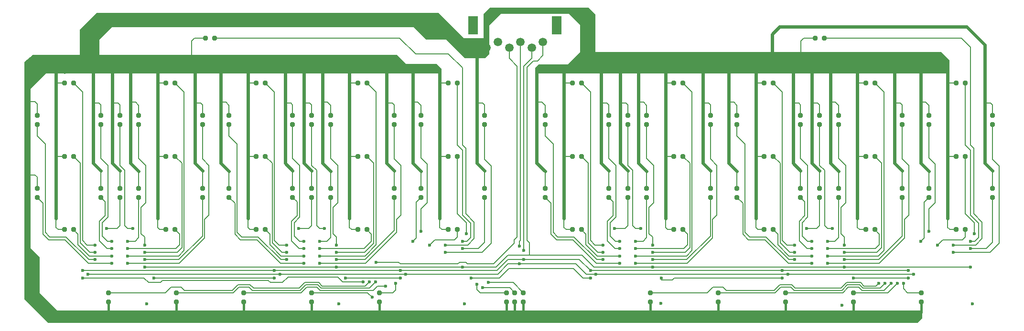
<source format=gtl>
G04*
G04 #@! TF.GenerationSoftware,Altium Limited,Altium Designer,21.3.2 (30)*
G04*
G04 Layer_Physical_Order=1*
G04 Layer_Color=255*
%FSLAX44Y44*%
%MOMM*%
G71*
G04*
G04 #@! TF.SameCoordinates,78750805-DB91-4CD3-9BAD-7DFD151DFB16*
G04*
G04*
G04 #@! TF.FilePolarity,Positive*
G04*
G01*
G75*
%ADD10C,0.2000*%
G04:AMPARAMS|DCode=12|XSize=0.8mm|YSize=0.8mm|CornerRadius=0.2mm|HoleSize=0mm|Usage=FLASHONLY|Rotation=270.000|XOffset=0mm|YOffset=0mm|HoleType=Round|Shape=RoundedRectangle|*
%AMROUNDEDRECTD12*
21,1,0.8000,0.4000,0,0,270.0*
21,1,0.4000,0.8000,0,0,270.0*
1,1,0.4000,-0.2000,-0.2000*
1,1,0.4000,-0.2000,0.2000*
1,1,0.4000,0.2000,0.2000*
1,1,0.4000,0.2000,-0.2000*
%
%ADD12ROUNDEDRECTD12*%
G04:AMPARAMS|DCode=13|XSize=0.8mm|YSize=0.8mm|CornerRadius=0.2mm|HoleSize=0mm|Usage=FLASHONLY|Rotation=180.000|XOffset=0mm|YOffset=0mm|HoleType=Round|Shape=RoundedRectangle|*
%AMROUNDEDRECTD13*
21,1,0.8000,0.4000,0,0,180.0*
21,1,0.4000,0.8000,0,0,180.0*
1,1,0.4000,-0.2000,0.2000*
1,1,0.4000,0.2000,0.2000*
1,1,0.4000,0.2000,-0.2000*
1,1,0.4000,-0.2000,-0.2000*
%
%ADD13ROUNDEDRECTD13*%
%ADD17C,0.6000*%
%ADD18C,0.4000*%
%ADD19R,1.8000X3.2000*%
%ADD20C,0.6000*%
%ADD21C,1.5000*%
G36*
X993000Y582000D02*
X993000Y515000D01*
X1606000D01*
X1620000Y501000D01*
Y477000D01*
X886000D01*
Y487000D01*
X892000Y493000D01*
X944000D01*
X966000Y515000D01*
Y563000D01*
X946000Y583000D01*
X825000D01*
X805000Y563000D01*
X805000Y540000D01*
Y512000D01*
X797000Y504000D01*
X762000D01*
X729000Y537000D01*
X693000D01*
X671000Y559000D01*
X136000D01*
X114000Y537000D01*
Y510000D01*
X641000D01*
X657000Y494000D01*
X712000D01*
X720000Y486000D01*
Y477000D01*
X19000D01*
X-8000Y450000D01*
Y167000D01*
X8000Y151000D01*
Y87000D01*
X39000Y56000D01*
X1572000D01*
Y43000D01*
X1563000Y34000D01*
X142000D01*
X23000Y34000D01*
X-19000Y76000D01*
Y497143D01*
X-4000Y510000D01*
X79000D01*
Y555000D01*
X109000Y585000D01*
X715000D01*
X760000Y540000D01*
X795000D01*
Y583000D01*
X806000Y594000D01*
X981000D01*
X993000Y582000D01*
D02*
G37*
D10*
X434000Y120750D02*
X657000D01*
X994000D02*
X1334000D01*
X970750Y114250D02*
X984000D01*
X954000Y131000D02*
X970750Y114250D01*
X839250Y131000D02*
X954000D01*
X822500Y114250D02*
X839250Y131000D01*
X773000Y114250D02*
X822500D01*
X1390000Y403000D02*
Y421636D01*
X1386636Y425000D02*
X1390000Y421636D01*
X1376636Y425000D02*
X1386636D01*
X1390000Y273000D02*
Y304636D01*
X1050000Y403000D02*
Y421636D01*
X1046636Y425000D02*
X1050000Y421636D01*
X1036636Y425000D02*
X1046636D01*
X1050000Y273000D02*
Y304636D01*
X490000Y403000D02*
Y421636D01*
X486636Y425000D02*
X490000Y421636D01*
X476636Y425000D02*
X486636D01*
X490000Y273000D02*
Y304636D01*
X150000Y403000D02*
Y421636D01*
X146636Y425000D02*
X150000Y421636D01*
X136636Y425000D02*
X146636D01*
X150000Y273000D02*
Y304636D01*
X282000Y540000D02*
X302000D01*
X277000Y535000D02*
X282000Y540000D01*
X277000Y506000D02*
Y535000D01*
X3636Y273000D02*
Y293364D01*
X0Y297000D02*
X3636Y293364D01*
X-10000Y297000D02*
X0D01*
X-10000Y427000D02*
X0D01*
X3636Y423364D01*
Y403000D02*
Y423364D01*
X1357000Y513000D02*
Y535000D01*
X1362000Y540000D01*
X1382000D01*
X683636Y273000D02*
Y303364D01*
Y403000D02*
Y420364D01*
X678000Y426000D02*
X683636Y420364D01*
X669000Y426000D02*
X678000D01*
X523636Y273000D02*
Y303364D01*
Y403000D02*
Y420364D01*
X518000Y426000D02*
X523636Y420364D01*
X509000Y426000D02*
X518000D01*
X343636Y273000D02*
Y303364D01*
Y403000D02*
Y420364D01*
X338000Y426000D02*
X343636Y420364D01*
X329000Y426000D02*
X338000D01*
X183636Y273000D02*
Y303364D01*
Y403000D02*
Y420364D01*
X178000Y426000D02*
X183636Y420364D01*
X169000Y426000D02*
X178000D01*
X1583636Y273000D02*
Y303364D01*
Y403000D02*
Y420364D01*
X1578000Y426000D02*
X1583636Y420364D01*
X1569000Y426000D02*
X1578000D01*
X1423636Y273000D02*
Y303364D01*
Y403000D02*
Y420364D01*
X1418000Y426000D02*
X1423636Y420364D01*
X1409000Y426000D02*
X1418000D01*
X1243636Y273000D02*
Y303364D01*
Y403000D02*
Y420364D01*
X1238000Y426000D02*
X1243636Y420364D01*
X1229000Y426000D02*
X1238000D01*
X1083636Y273000D02*
Y303364D01*
Y403000D02*
Y420364D01*
X1078000Y426000D02*
X1083636Y420364D01*
X1069000Y426000D02*
X1078000D01*
X889000D02*
X898000D01*
X903636Y420364D01*
Y403000D02*
Y420364D01*
Y273000D02*
Y303364D01*
X872000Y181000D02*
X872000Y488000D01*
X883000Y499000D02*
X890000D01*
X872000Y488000D02*
X883000Y499000D01*
X900000Y509000D02*
Y533000D01*
X890000Y499000D02*
X900000Y509000D01*
X1696364Y273000D02*
Y304636D01*
X1683000Y425000D02*
X1693000D01*
X1696364Y421636D01*
Y403000D02*
Y421636D01*
X1617000Y460000D02*
X1632000D01*
X1617000Y330000D02*
X1632000D01*
X1617000Y204000D02*
Y220000D01*
Y204000D02*
X1621000Y200000D01*
X1632000D01*
X1536364Y273000D02*
Y304636D01*
X1523000Y425000D02*
X1533000D01*
X1536364Y421636D01*
Y403000D02*
Y421636D01*
X1457000Y460000D02*
X1472000D01*
X1457000Y330000D02*
X1472000D01*
X1457000Y204000D02*
Y220000D01*
Y204000D02*
X1461000Y200000D01*
X1472000D01*
X1356364Y273000D02*
Y304636D01*
X1343000Y425000D02*
X1353000D01*
X1356364Y421636D01*
Y403000D02*
Y421636D01*
X1277000Y460000D02*
X1292000D01*
X1277000Y330000D02*
X1292000D01*
X1277000Y204000D02*
Y220000D01*
Y204000D02*
X1281000Y200000D01*
X1292000D01*
X1196364Y273000D02*
Y304636D01*
X1183000Y425000D02*
X1193000D01*
X1196364Y421636D01*
Y403000D02*
Y421636D01*
X1117000Y460000D02*
X1132000D01*
X1117000Y330000D02*
X1132000D01*
X1117000Y204000D02*
Y220000D01*
Y204000D02*
X1121000Y200000D01*
X1132000D01*
X1016364Y273000D02*
Y304636D01*
X1003000Y425000D02*
X1013000D01*
X1016364Y421636D01*
Y403000D02*
Y421636D01*
X937000Y460000D02*
X952000D01*
X937000Y330000D02*
X952000D01*
X937000Y204000D02*
Y220000D01*
Y204000D02*
X941000Y200000D01*
X952000D01*
X721000D02*
X732000D01*
X717000Y204000D02*
X721000Y200000D01*
X717000Y204000D02*
Y220000D01*
Y330000D02*
X732000D01*
X717000Y460000D02*
X732000D01*
X796364Y403000D02*
Y421636D01*
X793000Y425000D02*
X796364Y421636D01*
X783000Y425000D02*
X793000D01*
X796364Y273000D02*
Y304636D01*
X561000Y200000D02*
X572000D01*
X557000Y204000D02*
X561000Y200000D01*
X557000Y204000D02*
Y220000D01*
Y330000D02*
X572000D01*
X557000Y460000D02*
X572000D01*
X636364Y403000D02*
Y421636D01*
X633000Y425000D02*
X636364Y421636D01*
X623000Y425000D02*
X633000D01*
X636364Y273000D02*
Y304636D01*
X381000Y200000D02*
X392000D01*
X377000Y204000D02*
X381000Y200000D01*
X377000Y204000D02*
Y220000D01*
Y330000D02*
X392000D01*
X377000Y460000D02*
X392000D01*
X456364Y403000D02*
Y421636D01*
X453000Y425000D02*
X456364Y421636D01*
X443000Y425000D02*
X453000D01*
X456364Y273000D02*
Y304636D01*
X221000Y200000D02*
X232000D01*
X217000Y204000D02*
X221000Y200000D01*
X217000Y204000D02*
Y220000D01*
Y330000D02*
X232000D01*
X217000Y460000D02*
X232000D01*
X296364Y403000D02*
Y421636D01*
X293000Y425000D02*
X296364Y421636D01*
X283000Y425000D02*
X293000D01*
X296364Y273000D02*
Y304636D01*
X129000Y222000D02*
Y314000D01*
X119000Y212000D02*
X129000Y222000D01*
X116364Y326636D02*
X129000Y314000D01*
X116364Y273000D02*
Y304636D01*
Y326636D02*
Y387000D01*
X119000Y188500D02*
Y212000D01*
X103000Y425000D02*
X113000D01*
X116364Y421636D01*
Y403000D02*
Y421636D01*
X37000Y460000D02*
X52000D01*
X37000Y330000D02*
X52000D01*
X37000Y204000D02*
Y220000D01*
Y204000D02*
X41000Y200000D01*
X52000D01*
X674000Y512000D02*
X732000D01*
X757000Y350000D02*
Y487000D01*
X732000Y512000D02*
X757000Y487000D01*
X646000Y540000D02*
X674000Y512000D01*
X318000Y540000D02*
X646000D01*
X1657000Y350000D02*
Y524000D01*
X1641000Y540000D02*
X1657000Y524000D01*
X1398000Y540000D02*
X1641000D01*
X840000Y504000D02*
X854000Y490000D01*
Y187000D02*
Y490000D01*
X766000Y139000D02*
X812000D01*
X849000Y176000D02*
Y182000D01*
X812000Y139000D02*
X849000Y176000D01*
Y182000D02*
X854000Y187000D01*
X840000Y504000D02*
Y523000D01*
X876000Y155000D02*
X969000D01*
X838000D02*
X876000D01*
X872000Y181000D02*
X876000Y177000D01*
Y155000D02*
Y177000D01*
X858000Y171000D02*
Y179000D01*
X860000Y181000D01*
X860000Y533000D02*
X860000Y181000D01*
X816750Y133750D02*
X838000Y155000D01*
X969000D02*
X990250Y133750D01*
X838000Y139000D02*
X858000D01*
X958000D01*
X990250Y133750D02*
X1094000D01*
X866000Y147000D02*
X964250D01*
X838000D02*
X866000D01*
X964250D02*
X984000Y127250D01*
Y127250D02*
X1324000D01*
X984000D02*
Y127250D01*
X757000Y133750D02*
X816750D01*
X647000Y127250D02*
X818250D01*
X838000Y147000D01*
X657000Y120750D02*
X819750D01*
X838000Y139000D01*
X424000Y127250D02*
X647000D01*
X958000Y139000D02*
X976250Y120750D01*
X994000D01*
X534000Y133750D02*
X757000D01*
X796364Y324636D02*
X808000Y313000D01*
Y176000D02*
Y313000D01*
X791750Y159750D02*
X808000Y176000D01*
X1324000Y127250D02*
X1547000D01*
X880000Y504000D02*
Y523000D01*
X866000Y163000D02*
X866000Y490000D01*
X880000Y504000D01*
X1094000Y133750D02*
X1434000D01*
X847000Y106000D02*
X865000Y88000D01*
X803000Y106000D02*
X847000D01*
X545000Y107000D02*
X581000D01*
X585000Y100000D02*
X592000Y107000D01*
Y96000D02*
X603000Y107000D01*
X505000Y92000D02*
X599000D01*
X607000Y100000D02*
X621000D01*
X599000Y92000D02*
X607000Y100000D01*
X589000Y88000D02*
X597000Y80000D01*
X490000Y88000D02*
X589000D01*
X763000Y142000D02*
X766000Y139000D01*
X752000Y142000D02*
X763000D01*
X647000Y139000D02*
X749000D01*
X752000Y142000D01*
X604000D02*
X644000D01*
X647000Y139000D01*
X585250Y140250D02*
X640364Y195364D01*
X504000Y140250D02*
X585250D01*
X640364Y195364D02*
Y218000D01*
X584750Y146750D02*
X636364Y198364D01*
X534000Y146750D02*
X584750D01*
X636364Y198364D02*
Y257000D01*
X504000Y153250D02*
X584250D01*
X604000Y173000D02*
Y444000D01*
X584250Y153250D02*
X604000Y173000D01*
X600000Y176000D02*
Y318000D01*
X534000Y159750D02*
X583750D01*
X600000Y176000D01*
X596000Y179000D02*
Y192000D01*
X583250Y166250D02*
X596000Y179000D01*
X504000Y166250D02*
X583250D01*
X536000Y116000D02*
X545000Y107000D01*
X448000Y116000D02*
X536000D01*
X438000Y106000D02*
X448000Y116000D01*
X477686Y106000D02*
X502657D01*
X467686Y96000D02*
X477686Y106000D01*
X479343Y102000D02*
X501000D01*
X469343Y92000D02*
X479343Y102000D01*
X471000Y88000D02*
X481000Y98000D01*
X370000Y88000D02*
X471000D01*
X481000Y98000D02*
X499000D01*
X385000Y92000D02*
X469343D01*
X387000Y96000D02*
X467686D01*
X413000Y110000D02*
X417000Y106000D01*
X438000D01*
X226000Y110000D02*
X413000D01*
X222000Y106000D02*
X226000Y110000D01*
X201000Y106000D02*
X222000D01*
X192750Y114250D02*
X201000Y106000D01*
X84000Y114250D02*
X192750D01*
X1434000Y133750D02*
X1657000D01*
X1334000Y120750D02*
X1557000D01*
X1450000Y88000D02*
X1511000D01*
X1528000Y105000D01*
X1465000Y92000D02*
X1504000D01*
X1517000Y105000D01*
X1490000Y100000D02*
X1495000Y105000D01*
X1467000Y96000D02*
X1497000D01*
X1506000Y105000D01*
X1539000Y95000D02*
Y105000D01*
X1546000Y88000D02*
X1570000D01*
X1539000Y95000D02*
X1546000Y88000D01*
X210000Y114250D02*
X424000Y114250D01*
X1437686Y106000D02*
X1462657D01*
X1547000Y114250D02*
X1547000Y114250D01*
X1450000Y114250D02*
X1547000D01*
X1191000Y88000D02*
X1201000Y98000D01*
X1090000Y88000D02*
X1191000D01*
X1219000Y98000D02*
X1225000Y92000D01*
X1201000Y98000D02*
X1219000D01*
X1225000Y92000D02*
X1309343D01*
X1210000Y88000D02*
X1311000D01*
X1309343Y92000D02*
X1319343Y102000D01*
X1311000Y88000D02*
X1321000Y98000D01*
X1339000D02*
X1345000Y92000D01*
X1321000Y98000D02*
X1339000D01*
X1319343Y102000D02*
X1341000D01*
X1347000Y96000D01*
X1427686D01*
X1345000Y92000D02*
X1429343D01*
X1330000Y88000D02*
X1431000D01*
X1427686Y96000D02*
X1437686Y106000D01*
X1431000Y88000D02*
X1441000Y98000D01*
X1429343Y92000D02*
X1439343Y102000D01*
X1441000Y98000D02*
X1459000D01*
X1465000Y92000D01*
X1439343Y102000D02*
X1461000D01*
X1467000Y96000D01*
X1462657Y106000D02*
X1468657Y100000D01*
X1490000D01*
X1627000Y172750D02*
X1666750D01*
X1678000Y184000D01*
X1663000Y228000D02*
X1678000Y213000D01*
Y184000D02*
Y213000D01*
X1663000Y228000D02*
Y344000D01*
X1657000Y350000D02*
X1663000Y344000D01*
X1583636Y327364D02*
Y387000D01*
Y327364D02*
X1595000Y316000D01*
X1648000Y187000D02*
Y200000D01*
X1643000Y182000D02*
X1648000Y187000D01*
X1608250Y182000D02*
X1643000D01*
X1599000Y172750D02*
X1608250Y182000D01*
X1584000Y237000D02*
X1595000Y248000D01*
Y316000D01*
X1584000Y197000D02*
Y237000D01*
X1569000Y179250D02*
X1575000Y185250D01*
Y248364D01*
X1583636Y257000D01*
X1648000Y228000D02*
Y330000D01*
X1657000Y179250D02*
X1665250D01*
X1664000Y193000D02*
Y212000D01*
X1648000Y228000D02*
X1664000Y212000D01*
X1648000Y460000D02*
X1648000Y460000D01*
Y350000D02*
X1657000Y341000D01*
X1648000Y350000D02*
Y460000D01*
X1665250Y179250D02*
X1672000Y186000D01*
X1696364Y324636D02*
Y387000D01*
Y324636D02*
X1708000Y313000D01*
Y176000D02*
Y313000D01*
X1627000Y159750D02*
X1691750D01*
X1708000Y176000D01*
X1657000Y166250D02*
X1685250D01*
X1696364Y177364D01*
Y257000D01*
X1657000Y226000D02*
Y341000D01*
Y226000D02*
X1672000Y211000D01*
Y186000D02*
Y211000D01*
X793000Y97000D02*
X841000D01*
X850000Y88000D01*
X783000Y94000D02*
X789000Y88000D01*
X835000D01*
X783000Y94000D02*
Y103000D01*
X757000Y350000D02*
X763000Y344000D01*
Y228000D02*
Y344000D01*
X778000Y184000D02*
Y213000D01*
X763000Y228000D02*
X778000Y213000D01*
X766750Y172750D02*
X778000Y184000D01*
X772000Y186000D02*
Y211000D01*
X757000Y226000D02*
X772000Y211000D01*
X757000Y226000D02*
Y341000D01*
X796364Y177364D02*
Y257000D01*
X785250Y166250D02*
X796364Y177364D01*
X757000Y166250D02*
X785250D01*
X727000Y159750D02*
X791750D01*
X796364Y324636D02*
Y387000D01*
X765250Y179250D02*
X772000Y186000D01*
X727000Y172750D02*
X766750D01*
X748000Y350000D02*
Y460000D01*
Y350000D02*
X757000Y341000D01*
X748000Y460000D02*
X748000Y460000D01*
X748000Y228000D02*
X764000Y212000D01*
Y193000D02*
Y212000D01*
X757000Y179250D02*
X765250D01*
X748000Y228000D02*
Y330000D01*
X675000Y248364D02*
X683636Y257000D01*
X675000Y185250D02*
Y248364D01*
X669000Y179250D02*
X675000Y185250D01*
X684000Y197000D02*
Y237000D01*
X695000Y248000D02*
Y316000D01*
X684000Y237000D02*
X695000Y248000D01*
X699000Y172750D02*
X708250Y182000D01*
X743000D01*
X748000Y187000D01*
Y200000D01*
X683636Y327364D02*
X695000Y316000D01*
X683636Y327364D02*
Y387000D01*
X507000Y96000D02*
X592000D01*
X508657Y100000D02*
X585000D01*
X502657Y106000D02*
X508657Y100000D01*
X501000Y102000D02*
X507000Y96000D01*
X499000Y98000D02*
X505000Y92000D01*
X381000Y102000D02*
X387000Y96000D01*
X359343Y102000D02*
X381000D01*
X361000Y98000D02*
X379000D01*
X385000Y92000D01*
X351000Y88000D02*
X361000Y98000D01*
X349343Y92000D02*
X359343Y102000D01*
X250000Y88000D02*
X351000D01*
X265000Y92000D02*
X349343D01*
X241000Y98000D02*
X259000D01*
X265000Y92000D01*
X550000Y114250D02*
X647000D01*
X194000Y133750D02*
X534000D01*
X94000Y120750D02*
X434000D01*
X84000Y127250D02*
X424000D01*
X130000Y88000D02*
X231000D01*
X241000Y98000D01*
X639000Y93000D02*
Y105000D01*
X610000Y88000D02*
X634000D01*
X639000Y93000D01*
X1132250Y114250D02*
X1324000D01*
X1110000Y111000D02*
X1129000D01*
X1132250Y114250D01*
X1050000Y257000D02*
X1050000Y257000D01*
Y207000D02*
Y257000D01*
X1050000Y314000D02*
X1059000Y305000D01*
X1050000Y314000D02*
Y387000D01*
X1059000Y207000D02*
Y305000D01*
X1016364Y326636D02*
Y387000D01*
X968000Y460000D02*
X984000Y444000D01*
X968000Y330000D02*
X980000Y318000D01*
X968000Y200000D02*
X976000Y192000D01*
X1059000Y207000D02*
X1064000Y202000D01*
X1073000D01*
X1045000D02*
X1050000Y207000D01*
X1027000Y202000D02*
X1045000D01*
X1028250Y179250D02*
X1036000D01*
X1019000Y188500D02*
X1028250Y179250D01*
X903636Y366364D02*
Y387000D01*
X1019000Y188500D02*
Y212000D01*
X1029000Y222000D01*
X1016364Y326636D02*
X1029000Y314000D01*
Y222000D02*
Y314000D01*
X1016364Y257000D02*
X1024000Y249364D01*
X1014000Y215000D02*
X1024000Y225000D01*
Y249364D01*
X1014000Y180000D02*
X1027750Y166250D01*
X1014000Y180000D02*
Y215000D01*
X1027750Y166250D02*
X1036000D01*
X984000Y181000D02*
X992250Y172750D01*
X1006000D01*
X984000Y181000D02*
Y444000D01*
X903636Y257000D02*
X914000Y246636D01*
X903636Y366364D02*
X918000Y352000D01*
X997250Y159750D02*
X1006000D01*
X980000Y177000D02*
Y318000D01*
Y177000D02*
X997250Y159750D01*
X918000Y195000D02*
Y352000D01*
X914000Y192000D02*
Y246636D01*
X918000Y195000D02*
X926000Y187000D01*
X914000Y192000D02*
X924000Y182000D01*
X953000D02*
X994750Y140250D01*
X924000Y182000D02*
X953000D01*
X994750Y140250D02*
X1036000D01*
X955000Y187000D02*
X995250Y146750D01*
X1006000D01*
X926000Y187000D02*
X955000D01*
X976000Y173000D02*
Y192000D01*
X995750Y153250D02*
X1036000D01*
X976000Y173000D02*
X995750Y153250D01*
X1083636Y185886D02*
Y257000D01*
Y326364D02*
Y387000D01*
Y326364D02*
X1096000Y314000D01*
X1087636Y239000D02*
X1096000Y247364D01*
Y314000D01*
X1087636Y193000D02*
Y239000D01*
X1148000Y200000D02*
X1156000Y192000D01*
X1148000Y330000D02*
X1160000Y318000D01*
Y168000D02*
Y318000D01*
X1148000Y460000D02*
X1164000Y444000D01*
X1196364Y325356D02*
Y387000D01*
Y325356D02*
X1208000Y313720D01*
Y225636D02*
Y313720D01*
X1200364Y218000D02*
X1208000Y225636D01*
X1077000Y179250D02*
X1083636Y185886D01*
X1064000Y179250D02*
X1077000D01*
X1087636Y193000D02*
X1094000Y186636D01*
Y172750D02*
Y186636D01*
X1149250Y166250D02*
X1156000Y173000D01*
Y192000D01*
X1064000Y166250D02*
X1149250D01*
X1151750Y159750D02*
X1160000Y168000D01*
X1094000Y159750D02*
X1151750D01*
X1504000Y163000D02*
Y444000D01*
X1404000Y153250D02*
X1494250D01*
X1504000Y163000D01*
X1434000Y159750D02*
X1491750D01*
X1500000Y168000D01*
X1404000Y166250D02*
X1489250D01*
X1496000Y173000D02*
Y192000D01*
X1489250Y166250D02*
X1496000Y173000D01*
X1434000Y172750D02*
Y186636D01*
X1427636Y193000D02*
X1434000Y186636D01*
X1404000Y179250D02*
X1417000D01*
X1423636Y185886D01*
X1488000Y460000D02*
X1504000Y444000D01*
X1500000Y168000D02*
Y318000D01*
X1488000Y330000D02*
X1500000Y318000D01*
X1488000Y200000D02*
X1496000Y192000D01*
X1427636Y193000D02*
Y239000D01*
X1436000Y247364D02*
Y314000D01*
X1427636Y239000D02*
X1436000Y247364D01*
X1423636Y326364D02*
X1436000Y314000D01*
X1423636Y326364D02*
Y387000D01*
Y185886D02*
Y257000D01*
X1316000Y173000D02*
X1335750Y153250D01*
X1376000D01*
X1316000Y173000D02*
Y192000D01*
X1266000Y187000D02*
X1295000D01*
X1335250Y146750D02*
X1346000D01*
X1295000Y187000D02*
X1335250Y146750D01*
X1334750Y140250D02*
X1376000D01*
X1264000Y182000D02*
X1293000D01*
X1334750Y140250D01*
X1254000Y192000D02*
X1264000Y182000D01*
X1258000Y195000D02*
X1266000Y187000D01*
X1254000Y192000D02*
Y246636D01*
X1258000Y195000D02*
Y352000D01*
X1320000Y177000D02*
X1337250Y159750D01*
X1320000Y177000D02*
Y318000D01*
X1337250Y159750D02*
X1346000D01*
X1243636Y366364D02*
X1258000Y352000D01*
X1243636Y257000D02*
X1254000Y246636D01*
X1324000Y181000D02*
Y444000D01*
X1332250Y172750D02*
X1346000D01*
X1324000Y181000D02*
X1332250Y172750D01*
X1367750Y166250D02*
X1376000D01*
X1354000Y180000D02*
Y215000D01*
Y180000D02*
X1367750Y166250D01*
X1364000Y225000D02*
Y249364D01*
X1354000Y215000D02*
X1364000Y225000D01*
X1356364Y257000D02*
X1364000Y249364D01*
X1369000Y222000D02*
Y314000D01*
X1356364Y326636D02*
X1369000Y314000D01*
X1359000Y212000D02*
X1369000Y222000D01*
X1359000Y188500D02*
Y212000D01*
X1243636Y366364D02*
Y387000D01*
X1359000Y188500D02*
X1368250Y179250D01*
X1376000D01*
X1367000Y202000D02*
X1385000D01*
X1390000Y207000D01*
X1404000Y202000D02*
X1413000D01*
X1399000Y207000D02*
X1404000Y202000D01*
X1308000Y200000D02*
X1316000Y192000D01*
X1308000Y330000D02*
X1320000Y318000D01*
X1308000Y460000D02*
X1324000Y444000D01*
X1356364Y326636D02*
Y387000D01*
X1399000Y207000D02*
Y305000D01*
X1390000Y314000D02*
Y387000D01*
Y314000D02*
X1399000Y305000D01*
X1390000Y207000D02*
Y257000D01*
X1390000Y257000D02*
X1390000Y257000D01*
X1154250Y153250D02*
X1164000Y163000D01*
X1064000Y153250D02*
X1154250D01*
X1164000Y163000D02*
Y444000D01*
X1064000Y140250D02*
X1155250D01*
X1200364Y185364D02*
Y218000D01*
X1155250Y140250D02*
X1200364Y185364D01*
X1154750Y146750D02*
X1196364Y188364D01*
X1094000Y146750D02*
X1154750D01*
X1196364Y188364D02*
Y257000D01*
X1536364Y188364D02*
Y257000D01*
X1434000Y146750D02*
X1494750D01*
X1536364Y188364D01*
X1495250Y140250D02*
X1540364Y185364D01*
Y218000D01*
X1404000Y140250D02*
X1495250D01*
X1540364Y218000D02*
X1548000Y225636D01*
Y313720D01*
X1536364Y325356D02*
X1548000Y313720D01*
X1536364Y325356D02*
Y387000D01*
X636364Y325356D02*
Y387000D01*
Y325356D02*
X648000Y313720D01*
Y225636D02*
Y313720D01*
X640364Y218000D02*
X648000Y225636D01*
X296364Y188364D02*
Y257000D01*
X194000Y146750D02*
X254750D01*
X296364Y188364D01*
X255250Y140250D02*
X300364Y185364D01*
Y218000D01*
X164000Y140250D02*
X255250D01*
X264000Y163000D02*
Y444000D01*
X164000Y153250D02*
X254250D01*
X264000Y163000D01*
X490000Y257000D02*
X490000Y257000D01*
Y207000D02*
Y257000D01*
X490000Y314000D02*
X499000Y305000D01*
X490000Y314000D02*
Y387000D01*
X499000Y207000D02*
Y305000D01*
X456364Y326636D02*
Y387000D01*
X408000Y460000D02*
X424000Y444000D01*
X408000Y330000D02*
X420000Y318000D01*
X408000Y200000D02*
X416000Y192000D01*
X499000Y207000D02*
X504000Y202000D01*
X513000D01*
X485000D02*
X490000Y207000D01*
X467000Y202000D02*
X485000D01*
X468250Y179250D02*
X476000D01*
X459000Y188500D02*
X468250Y179250D01*
X343636Y366364D02*
Y387000D01*
X459000Y188500D02*
Y212000D01*
X469000Y222000D01*
X456364Y326636D02*
X469000Y314000D01*
Y222000D02*
Y314000D01*
X456364Y257000D02*
X464000Y249364D01*
X454000Y215000D02*
X464000Y225000D01*
Y249364D01*
X454000Y180000D02*
X467750Y166250D01*
X454000Y180000D02*
Y215000D01*
X467750Y166250D02*
X476000D01*
X424000Y181000D02*
X432250Y172750D01*
X446000D01*
X424000Y181000D02*
Y444000D01*
X343636Y257000D02*
X354000Y246636D01*
X343636Y366364D02*
X358000Y352000D01*
X437250Y159750D02*
X446000D01*
X420000Y177000D02*
Y318000D01*
Y177000D02*
X437250Y159750D01*
X358000Y195000D02*
Y352000D01*
X354000Y192000D02*
Y246636D01*
X358000Y195000D02*
X366000Y187000D01*
X354000Y192000D02*
X364000Y182000D01*
X393000D02*
X434750Y140250D01*
X364000Y182000D02*
X393000D01*
X434750Y140250D02*
X476000D01*
X395000Y187000D02*
X435250Y146750D01*
X446000D01*
X366000Y187000D02*
X395000D01*
X416000Y173000D02*
Y192000D01*
X435750Y153250D02*
X476000D01*
X416000Y173000D02*
X435750Y153250D01*
X523636Y185886D02*
Y257000D01*
Y326364D02*
Y387000D01*
Y326364D02*
X536000Y314000D01*
X527636Y239000D02*
X536000Y247364D01*
Y314000D01*
X527636Y193000D02*
Y239000D01*
X588000Y200000D02*
X596000Y192000D01*
X588000Y330000D02*
X600000Y318000D01*
X588000Y460000D02*
X604000Y444000D01*
X517000Y179250D02*
X523636Y185886D01*
X504000Y179250D02*
X517000D01*
X527636Y193000D02*
X534000Y186636D01*
Y172750D02*
Y186636D01*
X194000Y159750D02*
X251750D01*
X260000Y168000D01*
X164000Y166250D02*
X249250D01*
X256000Y173000D02*
Y192000D01*
X249250Y166250D02*
X256000Y173000D01*
X194000Y172750D02*
Y186636D01*
X187636Y193000D02*
X194000Y186636D01*
X164000Y179250D02*
X177000D01*
X183636Y185886D01*
X300364Y218000D02*
X308000Y225636D01*
Y313720D01*
X296364Y325356D02*
X308000Y313720D01*
X296364Y325356D02*
Y387000D01*
X248000Y460000D02*
X264000Y444000D01*
X260000Y168000D02*
Y318000D01*
X248000Y330000D02*
X260000Y318000D01*
X248000Y200000D02*
X256000Y192000D01*
X187636Y193000D02*
Y239000D01*
X196000Y247364D02*
Y314000D01*
X187636Y239000D02*
X196000Y247364D01*
X183636Y326364D02*
X196000Y314000D01*
X183636Y326364D02*
Y387000D01*
Y185886D02*
Y257000D01*
X76000Y173000D02*
X95750Y153250D01*
X136000D01*
X76000Y173000D02*
Y192000D01*
X26000Y187000D02*
X55000D01*
X95250Y146750D02*
X106000D01*
X55000Y187000D02*
X95250Y146750D01*
X94750Y140250D02*
X136000D01*
X24000Y182000D02*
X53000D01*
X94750Y140250D01*
X14000Y192000D02*
X24000Y182000D01*
X18000Y195000D02*
X26000Y187000D01*
X14000Y192000D02*
Y246636D01*
X18000Y195000D02*
Y352000D01*
X80000Y177000D02*
X97250Y159750D01*
X80000Y177000D02*
Y318000D01*
X97250Y159750D02*
X106000D01*
X3636Y366364D02*
X18000Y352000D01*
X3636Y257000D02*
X14000Y246636D01*
X84000Y181000D02*
Y444000D01*
X92250Y172750D02*
X106000D01*
X84000Y181000D02*
X92250Y172750D01*
X127750Y166250D02*
X136000D01*
X114000Y180000D02*
Y215000D01*
Y180000D02*
X127750Y166250D01*
X124000Y225000D02*
Y249364D01*
X114000Y215000D02*
X124000Y225000D01*
X116364Y257000D02*
X124000Y249364D01*
X3636Y366364D02*
Y387000D01*
X119000Y188500D02*
X128250Y179250D01*
X136000D01*
X127000Y202000D02*
X145000D01*
X150000Y207000D01*
X164000Y202000D02*
X173000D01*
X159000Y207000D02*
X164000Y202000D01*
X68000Y200000D02*
X76000Y192000D01*
X68000Y330000D02*
X80000Y318000D01*
X68000Y460000D02*
X84000Y444000D01*
X159000Y207000D02*
Y305000D01*
X150000Y314000D02*
Y387000D01*
Y314000D02*
X159000Y305000D01*
X150000Y207000D02*
Y257000D01*
X150000Y257000D02*
X150000Y257000D01*
D12*
X1570000Y88000D02*
D03*
Y72000D02*
D03*
X1450000Y88000D02*
D03*
Y72000D02*
D03*
X1330000Y88000D02*
D03*
Y72000D02*
D03*
X1210000Y88000D02*
D03*
Y72000D02*
D03*
X1090000Y88000D02*
D03*
Y72000D02*
D03*
X865000Y88000D02*
D03*
Y72000D02*
D03*
X835000Y88000D02*
D03*
Y72000D02*
D03*
X850000Y88000D02*
D03*
Y72000D02*
D03*
X610000Y88000D02*
D03*
Y72000D02*
D03*
X490000Y88000D02*
D03*
Y72000D02*
D03*
X370000Y88000D02*
D03*
Y72000D02*
D03*
X250000Y88000D02*
D03*
Y72000D02*
D03*
X1696364Y257000D02*
D03*
Y273000D02*
D03*
X1583636Y257000D02*
D03*
Y273000D02*
D03*
X1696364Y387000D02*
D03*
Y403000D02*
D03*
X1583636Y387000D02*
D03*
Y403000D02*
D03*
X1536364Y257000D02*
D03*
Y273000D02*
D03*
X1423636Y257000D02*
D03*
Y273000D02*
D03*
X1536364Y387000D02*
D03*
Y403000D02*
D03*
X1423636Y387000D02*
D03*
Y403000D02*
D03*
X1390000Y257000D02*
D03*
Y273000D02*
D03*
Y387000D02*
D03*
Y403000D02*
D03*
X1243636Y387000D02*
D03*
Y403000D02*
D03*
X1356364Y387000D02*
D03*
Y403000D02*
D03*
Y257000D02*
D03*
Y273000D02*
D03*
X1243636Y257000D02*
D03*
Y273000D02*
D03*
X1196364Y257000D02*
D03*
Y273000D02*
D03*
X1083636Y257000D02*
D03*
Y273000D02*
D03*
X1196364Y387000D02*
D03*
Y403000D02*
D03*
X1083636Y387000D02*
D03*
Y403000D02*
D03*
X1050000Y257000D02*
D03*
Y273000D02*
D03*
Y387000D02*
D03*
Y403000D02*
D03*
X1016364Y257000D02*
D03*
Y273000D02*
D03*
X903636Y257000D02*
D03*
Y273000D02*
D03*
X1016364Y387000D02*
D03*
Y403000D02*
D03*
X903636Y387000D02*
D03*
Y403000D02*
D03*
X796364Y257000D02*
D03*
Y273000D02*
D03*
X683636Y257000D02*
D03*
Y273000D02*
D03*
X796364Y387000D02*
D03*
Y403000D02*
D03*
X683636Y387000D02*
D03*
Y403000D02*
D03*
X636364Y257000D02*
D03*
Y273000D02*
D03*
X523636Y257000D02*
D03*
Y273000D02*
D03*
X636364Y387000D02*
D03*
Y403000D02*
D03*
X523636Y387000D02*
D03*
Y403000D02*
D03*
X490000Y257000D02*
D03*
Y273000D02*
D03*
Y387000D02*
D03*
Y403000D02*
D03*
X456364Y257000D02*
D03*
Y273000D02*
D03*
X343636Y257000D02*
D03*
Y273000D02*
D03*
X456364Y387000D02*
D03*
Y403000D02*
D03*
X343636Y387000D02*
D03*
Y403000D02*
D03*
X296364Y257000D02*
D03*
Y273000D02*
D03*
X183636Y257000D02*
D03*
Y273000D02*
D03*
X296364Y387000D02*
D03*
Y403000D02*
D03*
X183636Y387000D02*
D03*
Y403000D02*
D03*
X150000Y257000D02*
D03*
Y273000D02*
D03*
Y387000D02*
D03*
Y403000D02*
D03*
X130000Y72000D02*
D03*
Y88000D02*
D03*
X116364Y273000D02*
D03*
Y257000D02*
D03*
X3636Y273000D02*
D03*
Y257000D02*
D03*
X116364Y403000D02*
D03*
Y387000D02*
D03*
X3636Y403000D02*
D03*
Y387000D02*
D03*
D13*
X1648000Y200000D02*
D03*
X1632000D02*
D03*
X1648000Y330000D02*
D03*
X1632000D02*
D03*
X1488000Y200000D02*
D03*
X1472000D02*
D03*
X1488000Y330000D02*
D03*
X1472000D02*
D03*
X1308000Y200000D02*
D03*
X1292000D02*
D03*
X1308000Y330000D02*
D03*
X1292000D02*
D03*
X1148000Y200000D02*
D03*
X1132000D02*
D03*
X1148000Y330000D02*
D03*
X1132000D02*
D03*
X1648000Y460000D02*
D03*
X1632000D02*
D03*
X1488000D02*
D03*
X1472000D02*
D03*
X1308000D02*
D03*
X1292000D02*
D03*
X1148000D02*
D03*
X1132000D02*
D03*
X968000Y200000D02*
D03*
X952000D02*
D03*
X968000Y330000D02*
D03*
X952000D02*
D03*
X968000Y460000D02*
D03*
X952000D02*
D03*
X748000Y200000D02*
D03*
X732000D02*
D03*
X748000Y330000D02*
D03*
X732000D02*
D03*
X748000Y460000D02*
D03*
X732000D02*
D03*
X588000Y200000D02*
D03*
X572000D02*
D03*
X588000Y330000D02*
D03*
X572000D02*
D03*
X588000Y460000D02*
D03*
X572000D02*
D03*
X408000Y200000D02*
D03*
X392000D02*
D03*
X408000Y330000D02*
D03*
X392000D02*
D03*
X408000Y460000D02*
D03*
X392000D02*
D03*
X248000Y200000D02*
D03*
X232000D02*
D03*
X248000Y330000D02*
D03*
X232000D02*
D03*
X248000Y460000D02*
D03*
X232000D02*
D03*
X68000Y200000D02*
D03*
X52000D02*
D03*
X1398000Y540000D02*
D03*
X1382000D02*
D03*
X318000D02*
D03*
X302000D02*
D03*
X52000Y330000D02*
D03*
X68000D02*
D03*
X52000Y460000D02*
D03*
X68000D02*
D03*
D17*
X783000Y425000D02*
Y508000D01*
X1376636Y425000D02*
Y479852D01*
Y318000D02*
Y425000D01*
Y318000D02*
X1390000Y304636D01*
X1036636Y425000D02*
Y479852D01*
Y318000D02*
Y425000D01*
Y318000D02*
X1050000Y304636D01*
X476636Y425000D02*
Y479852D01*
Y318000D02*
Y425000D01*
Y318000D02*
X490000Y304636D01*
X136636Y425000D02*
Y479852D01*
Y318000D02*
Y425000D01*
Y318000D02*
X150000Y304636D01*
X1617000Y460000D02*
Y480000D01*
Y330000D02*
Y460000D01*
X1457000D02*
Y480000D01*
Y330000D02*
Y460000D01*
X1277000D02*
Y480000D01*
Y330000D02*
Y460000D01*
X1117000D02*
Y480000D01*
Y330000D02*
Y460000D01*
X937000D02*
Y480000D01*
Y330000D02*
Y460000D01*
X717000D02*
Y480000D01*
Y330000D02*
Y460000D01*
X557000D02*
Y480000D01*
Y330000D02*
Y460000D01*
X377000D02*
Y480000D01*
Y330000D02*
Y460000D01*
X217000D02*
Y480000D01*
Y330000D02*
Y460000D01*
X37000D02*
Y480000D01*
Y330000D02*
Y460000D01*
X1306000Y512000D02*
Y547000D01*
X1319000Y560000D01*
X1651000D01*
X1683000Y528000D01*
Y425000D02*
Y528000D01*
X669000Y318000D02*
X683636Y303364D01*
X669000Y318000D02*
Y426000D01*
Y480000D01*
X509000Y318000D02*
X523636Y303364D01*
X509000Y318000D02*
Y426000D01*
Y480000D01*
X329000Y318000D02*
X343636Y303364D01*
X329000Y318000D02*
Y426000D01*
Y480000D01*
X169000Y318000D02*
X183636Y303364D01*
X169000Y318000D02*
Y426000D01*
Y480000D01*
X1569000Y318000D02*
X1583636Y303364D01*
X1569000Y318000D02*
Y426000D01*
Y480000D01*
X1409000Y318000D02*
X1423636Y303364D01*
X1409000Y318000D02*
Y426000D01*
Y480000D01*
X1229000Y318000D02*
X1243636Y303364D01*
X1229000Y318000D02*
Y426000D01*
Y480000D01*
X1069000Y318000D02*
X1083636Y303364D01*
X1069000Y318000D02*
Y426000D01*
Y480000D01*
X889000Y426000D02*
Y480000D01*
Y318000D02*
Y426000D01*
Y318000D02*
X903636Y303364D01*
X1683000Y318000D02*
X1696364Y304636D01*
X1683000Y318000D02*
Y425000D01*
X1617000Y220000D02*
Y330000D01*
X1523000Y318000D02*
X1536364Y304636D01*
X1523000Y318000D02*
Y425000D01*
Y479852D01*
X1457000Y220000D02*
Y330000D01*
X1343000Y318000D02*
X1356364Y304636D01*
X1343000Y318000D02*
Y425000D01*
Y479852D01*
X1277000Y220000D02*
Y330000D01*
X1183000Y318000D02*
X1196364Y304636D01*
X1183000Y318000D02*
Y425000D01*
Y479852D01*
X1117000Y220000D02*
Y330000D01*
X1003000Y318000D02*
X1016364Y304636D01*
X1003000Y318000D02*
Y425000D01*
Y479852D01*
X937000Y220000D02*
Y330000D01*
X717000Y220000D02*
Y330000D01*
X783000Y318000D02*
Y425000D01*
Y318000D02*
X796364Y304636D01*
X557000Y220000D02*
Y330000D01*
X623000Y425000D02*
Y479852D01*
Y318000D02*
Y425000D01*
Y318000D02*
X636364Y304636D01*
X377000Y220000D02*
Y330000D01*
X443000Y425000D02*
Y479852D01*
Y318000D02*
Y425000D01*
Y318000D02*
X456364Y304636D01*
X217000Y220000D02*
Y330000D01*
X283000Y425000D02*
Y479852D01*
Y318000D02*
Y425000D01*
Y318000D02*
X296364Y304636D01*
X103000Y318000D02*
X116364Y304636D01*
X103000Y318000D02*
Y425000D01*
Y479852D01*
X37000Y220000D02*
Y330000D01*
X52000Y480000D02*
X52000Y480000D01*
D18*
X1570000Y53000D02*
Y72000D01*
X1450000Y53000D02*
Y72000D01*
X1330000Y53000D02*
Y72000D01*
X1210000Y53000D02*
Y72000D01*
X1090000Y53000D02*
Y72000D01*
X865000Y53000D02*
Y72000D01*
X850000Y53000D02*
Y72000D01*
X835000Y53000D02*
Y72000D01*
X610000Y53000D02*
Y72000D01*
X490000Y53000D02*
Y72000D01*
X370000Y53000D02*
Y72000D01*
X250000Y53000D02*
Y72000D01*
X130000Y53000D02*
X130000Y53000D01*
X130000Y53000D02*
Y72000D01*
D19*
X924000Y563000D02*
D03*
X776000D02*
D03*
D20*
X800000Y574000D02*
D03*
X801000Y582000D02*
D03*
X765000Y522000D02*
D03*
X775000D02*
D03*
X765000Y532000D02*
D03*
X785000Y512000D02*
D03*
X775000Y532000D02*
D03*
X765000Y512000D02*
D03*
X785000Y532000D02*
D03*
X775000Y512000D02*
D03*
X785000Y522000D02*
D03*
X771000Y575000D02*
D03*
X781000D02*
D03*
X771000Y551000D02*
D03*
X781000D02*
D03*
X776000Y563000D02*
D03*
X924000D02*
D03*
X929000Y551000D02*
D03*
X919000D02*
D03*
X929000Y575000D02*
D03*
X919000D02*
D03*
X1562000Y43000D02*
D03*
X1551000D02*
D03*
X174000Y42000D02*
D03*
Y51000D02*
D03*
X514000Y42000D02*
D03*
Y51000D02*
D03*
X737000Y42000D02*
D03*
Y51000D02*
D03*
X1074000Y42000D02*
D03*
Y51000D02*
D03*
X1414000D02*
D03*
Y42000D02*
D03*
X858000Y171000D02*
D03*
X866000Y163000D02*
D03*
X858000Y139000D02*
D03*
X866000Y147000D02*
D03*
X984000Y127250D02*
D03*
X647000D02*
D03*
X597000Y80000D02*
D03*
X604000Y142000D02*
D03*
X581000Y107000D02*
D03*
X1430000Y66000D02*
D03*
X1109000Y69250D02*
D03*
X1661000Y68000D02*
D03*
X761000D02*
D03*
X538000D02*
D03*
X198000D02*
D03*
X1547000Y127250D02*
D03*
X1557000Y120750D02*
D03*
X1495000Y105000D02*
D03*
X1506000D02*
D03*
X1517000D02*
D03*
X1528000D02*
D03*
X1539000D02*
D03*
X1627000Y172750D02*
D03*
X1599000D02*
D03*
X1569000Y179250D02*
D03*
X1657000D02*
D03*
X1584000Y197000D02*
D03*
X1664000Y193000D02*
D03*
X1657000Y166250D02*
D03*
X1627000Y159750D02*
D03*
X803000Y106000D02*
D03*
X793000Y97000D02*
D03*
X783000Y103000D02*
D03*
X727000Y159750D02*
D03*
X757000Y166250D02*
D03*
X764000Y193000D02*
D03*
X684000Y197000D02*
D03*
X727000Y172750D02*
D03*
X757000Y179250D02*
D03*
X669000D02*
D03*
X699000Y172750D02*
D03*
X592000Y107000D02*
D03*
X603000D02*
D03*
X621000Y100000D02*
D03*
X639000Y105000D02*
D03*
X1547000Y114250D02*
D03*
X1324000D02*
D03*
X984000D02*
D03*
X647000D02*
D03*
X424000D02*
D03*
X84000D02*
D03*
X1434000Y133750D02*
D03*
X1094000D02*
D03*
X1334000Y120750D02*
D03*
X1324000Y127250D02*
D03*
X994000Y120750D02*
D03*
X657000D02*
D03*
X434000D02*
D03*
X424000Y127250D02*
D03*
X84000D02*
D03*
X94000Y120750D02*
D03*
X773000Y114250D02*
D03*
X757000Y133750D02*
D03*
X1657000D02*
D03*
X1064000Y153250D02*
D03*
X1094000Y159750D02*
D03*
X1064000Y166250D02*
D03*
X1094000Y172750D02*
D03*
X1064000Y179250D02*
D03*
X1036000Y140250D02*
D03*
X1006000Y146750D02*
D03*
X1036000Y153250D02*
D03*
X1006000Y159750D02*
D03*
X1036000Y166250D02*
D03*
X1006000Y172750D02*
D03*
X1036000Y179250D02*
D03*
X1027000Y202000D02*
D03*
X1073000D02*
D03*
X1064000Y140250D02*
D03*
X1404000D02*
D03*
X1413000Y202000D02*
D03*
X1367000D02*
D03*
X1376000Y179250D02*
D03*
X1346000Y172750D02*
D03*
X1376000Y166250D02*
D03*
X1346000Y159750D02*
D03*
X1376000Y153250D02*
D03*
X1346000Y146750D02*
D03*
X1376000Y140250D02*
D03*
X1404000Y179250D02*
D03*
X1434000Y172750D02*
D03*
X1404000Y166250D02*
D03*
X1434000Y159750D02*
D03*
X1404000Y153250D02*
D03*
X1434000Y146750D02*
D03*
X1094000D02*
D03*
X1110000Y114250D02*
D03*
X1450000D02*
D03*
X550000D02*
D03*
X210000D02*
D03*
X194000Y133750D02*
D03*
Y146750D02*
D03*
X534000D02*
D03*
X504000Y153250D02*
D03*
X534000Y159750D02*
D03*
X504000Y166250D02*
D03*
X534000Y172750D02*
D03*
X504000Y179250D02*
D03*
X476000Y140250D02*
D03*
X446000Y146750D02*
D03*
X476000Y153250D02*
D03*
X446000Y159750D02*
D03*
X476000Y166250D02*
D03*
X446000Y172750D02*
D03*
X476000Y179250D02*
D03*
X467000Y202000D02*
D03*
X513000D02*
D03*
X504000Y140250D02*
D03*
X534000Y133750D02*
D03*
X164000Y140250D02*
D03*
X173000Y202000D02*
D03*
X127000D02*
D03*
X136000Y179250D02*
D03*
X106000Y172750D02*
D03*
X136000Y166250D02*
D03*
X106000Y159750D02*
D03*
X136000Y153250D02*
D03*
X106000Y146750D02*
D03*
X136000Y140250D02*
D03*
X164000Y179250D02*
D03*
X194000Y172750D02*
D03*
X164000Y166250D02*
D03*
X194000Y159750D02*
D03*
X164000Y153250D02*
D03*
D21*
X800000Y523000D02*
D03*
X820000Y533000D02*
D03*
X900000D02*
D03*
X880000Y523000D02*
D03*
X860000Y533000D02*
D03*
X840000Y523000D02*
D03*
M02*

</source>
